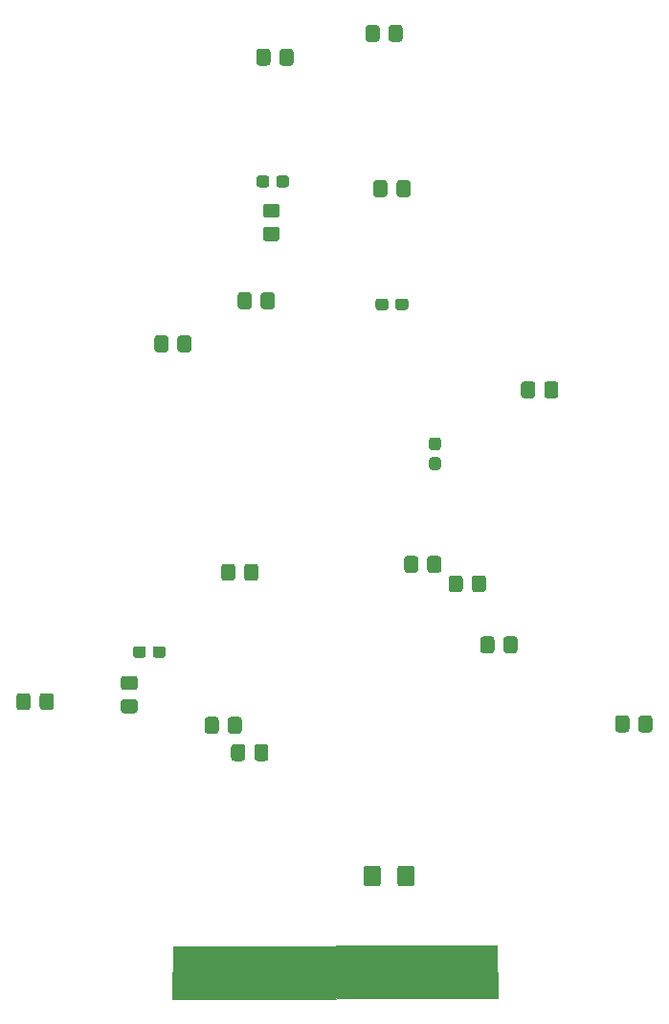
<source format=gbr>
%TF.GenerationSoftware,KiCad,Pcbnew,(5.1.6)-1*%
%TF.CreationDate,2021-10-27T12:16:38+02:00*%
%TF.ProjectId,BaumUnten,4261756d-556e-4746-956e-2e6b69636164,rev?*%
%TF.SameCoordinates,Original*%
%TF.FileFunction,Soldermask,Bot*%
%TF.FilePolarity,Negative*%
%FSLAX46Y46*%
G04 Gerber Fmt 4.6, Leading zero omitted, Abs format (unit mm)*
G04 Created by KiCad (PCBNEW (5.1.6)-1) date 2021-10-27 12:16:38*
%MOMM*%
%LPD*%
G01*
G04 APERTURE LIST*
%ADD10C,0.100000*%
G04 APERTURE END LIST*
D10*
G36*
X114998500Y-150558500D02*
G01*
X86233000Y-150622000D01*
X86296500Y-145986500D01*
X114935000Y-145923000D01*
X114998500Y-150558500D01*
G37*
X114998500Y-150558500D02*
X86233000Y-150622000D01*
X86296500Y-145986500D01*
X114935000Y-145923000D01*
X114998500Y-150558500D01*
%TO.C,C2*%
G36*
G01*
X106135000Y-140408256D02*
X106135000Y-139093344D01*
G75*
G02*
X106402544Y-138825800I267544J0D01*
G01*
X107392456Y-138825800D01*
G75*
G02*
X107660000Y-139093344I0J-267544D01*
G01*
X107660000Y-140408256D01*
G75*
G02*
X107392456Y-140675800I-267544J0D01*
G01*
X106402544Y-140675800D01*
G75*
G02*
X106135000Y-140408256I0J267544D01*
G01*
G37*
G36*
G01*
X103160000Y-140408256D02*
X103160000Y-139093344D01*
G75*
G02*
X103427544Y-138825800I267544J0D01*
G01*
X104417456Y-138825800D01*
G75*
G02*
X104685000Y-139093344I0J-267544D01*
G01*
X104685000Y-140408256D01*
G75*
G02*
X104417456Y-140675800I-267544J0D01*
G01*
X103427544Y-140675800D01*
G75*
G02*
X103160000Y-140408256I0J267544D01*
G01*
G37*
%TD*%
%TO.C,R9*%
G36*
G01*
X94517738Y-82378500D02*
X95474262Y-82378500D01*
G75*
G02*
X95746000Y-82650238I0J-271738D01*
G01*
X95746000Y-83356762D01*
G75*
G02*
X95474262Y-83628500I-271738J0D01*
G01*
X94517738Y-83628500D01*
G75*
G02*
X94246000Y-83356762I0J271738D01*
G01*
X94246000Y-82650238D01*
G75*
G02*
X94517738Y-82378500I271738J0D01*
G01*
G37*
G36*
G01*
X94517738Y-80328500D02*
X95474262Y-80328500D01*
G75*
G02*
X95746000Y-80600238I0J-271738D01*
G01*
X95746000Y-81306762D01*
G75*
G02*
X95474262Y-81578500I-271738J0D01*
G01*
X94517738Y-81578500D01*
G75*
G02*
X94246000Y-81306762I0J271738D01*
G01*
X94246000Y-80600238D01*
G75*
G02*
X94517738Y-80328500I271738J0D01*
G01*
G37*
%TD*%
%TO.C,R7*%
G36*
G01*
X81944738Y-124107000D02*
X82901262Y-124107000D01*
G75*
G02*
X83173000Y-124378738I0J-271738D01*
G01*
X83173000Y-125085262D01*
G75*
G02*
X82901262Y-125357000I-271738J0D01*
G01*
X81944738Y-125357000D01*
G75*
G02*
X81673000Y-125085262I0J271738D01*
G01*
X81673000Y-124378738D01*
G75*
G02*
X81944738Y-124107000I271738J0D01*
G01*
G37*
G36*
G01*
X81944738Y-122057000D02*
X82901262Y-122057000D01*
G75*
G02*
X83173000Y-122328738I0J-271738D01*
G01*
X83173000Y-123035262D01*
G75*
G02*
X82901262Y-123307000I-271738J0D01*
G01*
X81944738Y-123307000D01*
G75*
G02*
X81673000Y-123035262I0J271738D01*
G01*
X81673000Y-122328738D01*
G75*
G02*
X81944738Y-122057000I271738J0D01*
G01*
G37*
%TD*%
%TO.C,R6*%
G36*
G01*
X93491000Y-129319762D02*
X93491000Y-128363238D01*
G75*
G02*
X93762738Y-128091500I271738J0D01*
G01*
X94469262Y-128091500D01*
G75*
G02*
X94741000Y-128363238I0J-271738D01*
G01*
X94741000Y-129319762D01*
G75*
G02*
X94469262Y-129591500I-271738J0D01*
G01*
X93762738Y-129591500D01*
G75*
G02*
X93491000Y-129319762I0J271738D01*
G01*
G37*
G36*
G01*
X91441000Y-129319762D02*
X91441000Y-128363238D01*
G75*
G02*
X91712738Y-128091500I271738J0D01*
G01*
X92419262Y-128091500D01*
G75*
G02*
X92691000Y-128363238I0J-271738D01*
G01*
X92691000Y-129319762D01*
G75*
G02*
X92419262Y-129591500I-271738J0D01*
G01*
X91712738Y-129591500D01*
G75*
G02*
X91441000Y-129319762I0J271738D01*
G01*
G37*
%TD*%
%TO.C,R5*%
G36*
G01*
X107994500Y-111726238D02*
X107994500Y-112682762D01*
G75*
G02*
X107722762Y-112954500I-271738J0D01*
G01*
X107016238Y-112954500D01*
G75*
G02*
X106744500Y-112682762I0J271738D01*
G01*
X106744500Y-111726238D01*
G75*
G02*
X107016238Y-111454500I271738J0D01*
G01*
X107722762Y-111454500D01*
G75*
G02*
X107994500Y-111726238I0J-271738D01*
G01*
G37*
G36*
G01*
X110044500Y-111726238D02*
X110044500Y-112682762D01*
G75*
G02*
X109772762Y-112954500I-271738J0D01*
G01*
X109066238Y-112954500D01*
G75*
G02*
X108794500Y-112682762I0J271738D01*
G01*
X108794500Y-111726238D01*
G75*
G02*
X109066238Y-111454500I271738J0D01*
G01*
X109772762Y-111454500D01*
G75*
G02*
X110044500Y-111726238I0J-271738D01*
G01*
G37*
%TD*%
%TO.C,DY6*%
G36*
G01*
X105374500Y-65756262D02*
X105374500Y-64799738D01*
G75*
G02*
X105646238Y-64528000I271738J0D01*
G01*
X106352762Y-64528000D01*
G75*
G02*
X106624500Y-64799738I0J-271738D01*
G01*
X106624500Y-65756262D01*
G75*
G02*
X106352762Y-66028000I-271738J0D01*
G01*
X105646238Y-66028000D01*
G75*
G02*
X105374500Y-65756262I0J271738D01*
G01*
G37*
G36*
G01*
X103324500Y-65756262D02*
X103324500Y-64799738D01*
G75*
G02*
X103596238Y-64528000I271738J0D01*
G01*
X104302762Y-64528000D01*
G75*
G02*
X104574500Y-64799738I0J-271738D01*
G01*
X104574500Y-65756262D01*
G75*
G02*
X104302762Y-66028000I-271738J0D01*
G01*
X103596238Y-66028000D01*
G75*
G02*
X103324500Y-65756262I0J271738D01*
G01*
G37*
%TD*%
%TO.C,DY5*%
G36*
G01*
X127463500Y-126779762D02*
X127463500Y-125823238D01*
G75*
G02*
X127735238Y-125551500I271738J0D01*
G01*
X128441762Y-125551500D01*
G75*
G02*
X128713500Y-125823238I0J-271738D01*
G01*
X128713500Y-126779762D01*
G75*
G02*
X128441762Y-127051500I-271738J0D01*
G01*
X127735238Y-127051500D01*
G75*
G02*
X127463500Y-126779762I0J271738D01*
G01*
G37*
G36*
G01*
X125413500Y-126779762D02*
X125413500Y-125823238D01*
G75*
G02*
X125685238Y-125551500I271738J0D01*
G01*
X126391762Y-125551500D01*
G75*
G02*
X126663500Y-125823238I0J-271738D01*
G01*
X126663500Y-126779762D01*
G75*
G02*
X126391762Y-127051500I-271738J0D01*
G01*
X125685238Y-127051500D01*
G75*
G02*
X125413500Y-126779762I0J271738D01*
G01*
G37*
%TD*%
%TO.C,DY2*%
G36*
G01*
X94062500Y-89378262D02*
X94062500Y-88421738D01*
G75*
G02*
X94334238Y-88150000I271738J0D01*
G01*
X95040762Y-88150000D01*
G75*
G02*
X95312500Y-88421738I0J-271738D01*
G01*
X95312500Y-89378262D01*
G75*
G02*
X95040762Y-89650000I-271738J0D01*
G01*
X94334238Y-89650000D01*
G75*
G02*
X94062500Y-89378262I0J271738D01*
G01*
G37*
G36*
G01*
X92012500Y-89378262D02*
X92012500Y-88421738D01*
G75*
G02*
X92284238Y-88150000I271738J0D01*
G01*
X92990762Y-88150000D01*
G75*
G02*
X93262500Y-88421738I0J-271738D01*
G01*
X93262500Y-89378262D01*
G75*
G02*
X92990762Y-89650000I-271738J0D01*
G01*
X92284238Y-89650000D01*
G75*
G02*
X92012500Y-89378262I0J271738D01*
G01*
G37*
%TD*%
%TO.C,DY1*%
G36*
G01*
X74504500Y-124811262D02*
X74504500Y-123854738D01*
G75*
G02*
X74776238Y-123583000I271738J0D01*
G01*
X75482762Y-123583000D01*
G75*
G02*
X75754500Y-123854738I0J-271738D01*
G01*
X75754500Y-124811262D01*
G75*
G02*
X75482762Y-125083000I-271738J0D01*
G01*
X74776238Y-125083000D01*
G75*
G02*
X74504500Y-124811262I0J271738D01*
G01*
G37*
G36*
G01*
X72454500Y-124811262D02*
X72454500Y-123854738D01*
G75*
G02*
X72726238Y-123583000I271738J0D01*
G01*
X73432762Y-123583000D01*
G75*
G02*
X73704500Y-123854738I0J-271738D01*
G01*
X73704500Y-124811262D01*
G75*
G02*
X73432762Y-125083000I-271738J0D01*
G01*
X72726238Y-125083000D01*
G75*
G02*
X72454500Y-124811262I0J271738D01*
G01*
G37*
%TD*%
%TO.C,DR7*%
G36*
G01*
X95713500Y-67851762D02*
X95713500Y-66895238D01*
G75*
G02*
X95985238Y-66623500I271738J0D01*
G01*
X96691762Y-66623500D01*
G75*
G02*
X96963500Y-66895238I0J-271738D01*
G01*
X96963500Y-67851762D01*
G75*
G02*
X96691762Y-68123500I-271738J0D01*
G01*
X95985238Y-68123500D01*
G75*
G02*
X95713500Y-67851762I0J271738D01*
G01*
G37*
G36*
G01*
X93663500Y-67851762D02*
X93663500Y-66895238D01*
G75*
G02*
X93935238Y-66623500I271738J0D01*
G01*
X94641762Y-66623500D01*
G75*
G02*
X94913500Y-66895238I0J-271738D01*
G01*
X94913500Y-67851762D01*
G75*
G02*
X94641762Y-68123500I-271738J0D01*
G01*
X93935238Y-68123500D01*
G75*
G02*
X93663500Y-67851762I0J271738D01*
G01*
G37*
%TD*%
%TO.C,DR6*%
G36*
G01*
X114725500Y-118838238D02*
X114725500Y-119794762D01*
G75*
G02*
X114453762Y-120066500I-271738J0D01*
G01*
X113747238Y-120066500D01*
G75*
G02*
X113475500Y-119794762I0J271738D01*
G01*
X113475500Y-118838238D01*
G75*
G02*
X113747238Y-118566500I271738J0D01*
G01*
X114453762Y-118566500D01*
G75*
G02*
X114725500Y-118838238I0J-271738D01*
G01*
G37*
G36*
G01*
X116775500Y-118838238D02*
X116775500Y-119794762D01*
G75*
G02*
X116503762Y-120066500I-271738J0D01*
G01*
X115797238Y-120066500D01*
G75*
G02*
X115525500Y-119794762I0J271738D01*
G01*
X115525500Y-118838238D01*
G75*
G02*
X115797238Y-118566500I271738J0D01*
G01*
X116503762Y-118566500D01*
G75*
G02*
X116775500Y-118838238I0J-271738D01*
G01*
G37*
%TD*%
%TO.C,DR3*%
G36*
G01*
X118345000Y-96295738D02*
X118345000Y-97252262D01*
G75*
G02*
X118073262Y-97524000I-271738J0D01*
G01*
X117366738Y-97524000D01*
G75*
G02*
X117095000Y-97252262I0J271738D01*
G01*
X117095000Y-96295738D01*
G75*
G02*
X117366738Y-96024000I271738J0D01*
G01*
X118073262Y-96024000D01*
G75*
G02*
X118345000Y-96295738I0J-271738D01*
G01*
G37*
G36*
G01*
X120395000Y-96295738D02*
X120395000Y-97252262D01*
G75*
G02*
X120123262Y-97524000I-271738J0D01*
G01*
X119416738Y-97524000D01*
G75*
G02*
X119145000Y-97252262I0J271738D01*
G01*
X119145000Y-96295738D01*
G75*
G02*
X119416738Y-96024000I271738J0D01*
G01*
X120123262Y-96024000D01*
G75*
G02*
X120395000Y-96295738I0J-271738D01*
G01*
G37*
%TD*%
%TO.C,DR2*%
G36*
G01*
X91802000Y-112424738D02*
X91802000Y-113381262D01*
G75*
G02*
X91530262Y-113653000I-271738J0D01*
G01*
X90823738Y-113653000D01*
G75*
G02*
X90552000Y-113381262I0J271738D01*
G01*
X90552000Y-112424738D01*
G75*
G02*
X90823738Y-112153000I271738J0D01*
G01*
X91530262Y-112153000D01*
G75*
G02*
X91802000Y-112424738I0J-271738D01*
G01*
G37*
G36*
G01*
X93852000Y-112424738D02*
X93852000Y-113381262D01*
G75*
G02*
X93580262Y-113653000I-271738J0D01*
G01*
X92873738Y-113653000D01*
G75*
G02*
X92602000Y-113381262I0J271738D01*
G01*
X92602000Y-112424738D01*
G75*
G02*
X92873738Y-112153000I271738J0D01*
G01*
X93580262Y-112153000D01*
G75*
G02*
X93852000Y-112424738I0J-271738D01*
G01*
G37*
%TD*%
%TO.C,DG8*%
G36*
G01*
X90341500Y-125950238D02*
X90341500Y-126906762D01*
G75*
G02*
X90069762Y-127178500I-271738J0D01*
G01*
X89363238Y-127178500D01*
G75*
G02*
X89091500Y-126906762I0J271738D01*
G01*
X89091500Y-125950238D01*
G75*
G02*
X89363238Y-125678500I271738J0D01*
G01*
X90069762Y-125678500D01*
G75*
G02*
X90341500Y-125950238I0J-271738D01*
G01*
G37*
G36*
G01*
X92391500Y-125950238D02*
X92391500Y-126906762D01*
G75*
G02*
X92119762Y-127178500I-271738J0D01*
G01*
X91413238Y-127178500D01*
G75*
G02*
X91141500Y-126906762I0J271738D01*
G01*
X91141500Y-125950238D01*
G75*
G02*
X91413238Y-125678500I271738J0D01*
G01*
X92119762Y-125678500D01*
G75*
G02*
X92391500Y-125950238I0J-271738D01*
G01*
G37*
%TD*%
%TO.C,DG7*%
G36*
G01*
X85896500Y-92231738D02*
X85896500Y-93188262D01*
G75*
G02*
X85624762Y-93460000I-271738J0D01*
G01*
X84918238Y-93460000D01*
G75*
G02*
X84646500Y-93188262I0J271738D01*
G01*
X84646500Y-92231738D01*
G75*
G02*
X84918238Y-91960000I271738J0D01*
G01*
X85624762Y-91960000D01*
G75*
G02*
X85896500Y-92231738I0J-271738D01*
G01*
G37*
G36*
G01*
X87946500Y-92231738D02*
X87946500Y-93188262D01*
G75*
G02*
X87674762Y-93460000I-271738J0D01*
G01*
X86968238Y-93460000D01*
G75*
G02*
X86696500Y-93188262I0J271738D01*
G01*
X86696500Y-92231738D01*
G75*
G02*
X86968238Y-91960000I271738J0D01*
G01*
X87674762Y-91960000D01*
G75*
G02*
X87946500Y-92231738I0J-271738D01*
G01*
G37*
%TD*%
%TO.C,DG4*%
G36*
G01*
X112731500Y-114397262D02*
X112731500Y-113440738D01*
G75*
G02*
X113003238Y-113169000I271738J0D01*
G01*
X113709762Y-113169000D01*
G75*
G02*
X113981500Y-113440738I0J-271738D01*
G01*
X113981500Y-114397262D01*
G75*
G02*
X113709762Y-114669000I-271738J0D01*
G01*
X113003238Y-114669000D01*
G75*
G02*
X112731500Y-114397262I0J271738D01*
G01*
G37*
G36*
G01*
X110681500Y-114397262D02*
X110681500Y-113440738D01*
G75*
G02*
X110953238Y-113169000I271738J0D01*
G01*
X111659762Y-113169000D01*
G75*
G02*
X111931500Y-113440738I0J-271738D01*
G01*
X111931500Y-114397262D01*
G75*
G02*
X111659762Y-114669000I-271738J0D01*
G01*
X110953238Y-114669000D01*
G75*
G02*
X110681500Y-114397262I0J271738D01*
G01*
G37*
%TD*%
%TO.C,DG3*%
G36*
G01*
X106064000Y-79472262D02*
X106064000Y-78515738D01*
G75*
G02*
X106335738Y-78244000I271738J0D01*
G01*
X107042262Y-78244000D01*
G75*
G02*
X107314000Y-78515738I0J-271738D01*
G01*
X107314000Y-79472262D01*
G75*
G02*
X107042262Y-79744000I-271738J0D01*
G01*
X106335738Y-79744000D01*
G75*
G02*
X106064000Y-79472262I0J271738D01*
G01*
G37*
G36*
G01*
X104014000Y-79472262D02*
X104014000Y-78515738D01*
G75*
G02*
X104285738Y-78244000I271738J0D01*
G01*
X104992262Y-78244000D01*
G75*
G02*
X105264000Y-78515738I0J-271738D01*
G01*
X105264000Y-79472262D01*
G75*
G02*
X104992262Y-79744000I-271738J0D01*
G01*
X104285738Y-79744000D01*
G75*
G02*
X104014000Y-79472262I0J271738D01*
G01*
G37*
%TD*%
%TO.C,DB6*%
G36*
G01*
X95423000Y-78621500D02*
X95423000Y-78096500D01*
G75*
G02*
X95685500Y-77834000I262500J0D01*
G01*
X96310500Y-77834000D01*
G75*
G02*
X96573000Y-78096500I0J-262500D01*
G01*
X96573000Y-78621500D01*
G75*
G02*
X96310500Y-78884000I-262500J0D01*
G01*
X95685500Y-78884000D01*
G75*
G02*
X95423000Y-78621500I0J262500D01*
G01*
G37*
G36*
G01*
X93673000Y-78621500D02*
X93673000Y-78096500D01*
G75*
G02*
X93935500Y-77834000I262500J0D01*
G01*
X94560500Y-77834000D01*
G75*
G02*
X94823000Y-78096500I0J-262500D01*
G01*
X94823000Y-78621500D01*
G75*
G02*
X94560500Y-78884000I-262500J0D01*
G01*
X93935500Y-78884000D01*
G75*
G02*
X93673000Y-78621500I0J262500D01*
G01*
G37*
%TD*%
%TO.C,DB5*%
G36*
G01*
X109211500Y-102725500D02*
X109736500Y-102725500D01*
G75*
G02*
X109999000Y-102988000I0J-262500D01*
G01*
X109999000Y-103613000D01*
G75*
G02*
X109736500Y-103875500I-262500J0D01*
G01*
X109211500Y-103875500D01*
G75*
G02*
X108949000Y-103613000I0J262500D01*
G01*
X108949000Y-102988000D01*
G75*
G02*
X109211500Y-102725500I262500J0D01*
G01*
G37*
G36*
G01*
X109211500Y-100975500D02*
X109736500Y-100975500D01*
G75*
G02*
X109999000Y-101238000I0J-262500D01*
G01*
X109999000Y-101863000D01*
G75*
G02*
X109736500Y-102125500I-262500J0D01*
G01*
X109211500Y-102125500D01*
G75*
G02*
X108949000Y-101863000I0J262500D01*
G01*
X108949000Y-101238000D01*
G75*
G02*
X109211500Y-100975500I262500J0D01*
G01*
G37*
%TD*%
%TO.C,DB2*%
G36*
G01*
X84501000Y-120214000D02*
X84501000Y-119689000D01*
G75*
G02*
X84763500Y-119426500I262500J0D01*
G01*
X85388500Y-119426500D01*
G75*
G02*
X85651000Y-119689000I0J-262500D01*
G01*
X85651000Y-120214000D01*
G75*
G02*
X85388500Y-120476500I-262500J0D01*
G01*
X84763500Y-120476500D01*
G75*
G02*
X84501000Y-120214000I0J262500D01*
G01*
G37*
G36*
G01*
X82751000Y-120214000D02*
X82751000Y-119689000D01*
G75*
G02*
X83013500Y-119426500I262500J0D01*
G01*
X83638500Y-119426500D01*
G75*
G02*
X83901000Y-119689000I0J-262500D01*
G01*
X83901000Y-120214000D01*
G75*
G02*
X83638500Y-120476500I-262500J0D01*
G01*
X83013500Y-120476500D01*
G75*
G02*
X82751000Y-120214000I0J262500D01*
G01*
G37*
%TD*%
%TO.C,DB1*%
G36*
G01*
X105964000Y-89480000D02*
X105964000Y-88955000D01*
G75*
G02*
X106226500Y-88692500I262500J0D01*
G01*
X106851500Y-88692500D01*
G75*
G02*
X107114000Y-88955000I0J-262500D01*
G01*
X107114000Y-89480000D01*
G75*
G02*
X106851500Y-89742500I-262500J0D01*
G01*
X106226500Y-89742500D01*
G75*
G02*
X105964000Y-89480000I0J262500D01*
G01*
G37*
G36*
G01*
X104214000Y-89480000D02*
X104214000Y-88955000D01*
G75*
G02*
X104476500Y-88692500I262500J0D01*
G01*
X105101500Y-88692500D01*
G75*
G02*
X105364000Y-88955000I0J-262500D01*
G01*
X105364000Y-89480000D01*
G75*
G02*
X105101500Y-89742500I-262500J0D01*
G01*
X104476500Y-89742500D01*
G75*
G02*
X104214000Y-89480000I0J262500D01*
G01*
G37*
%TD*%
M02*

</source>
